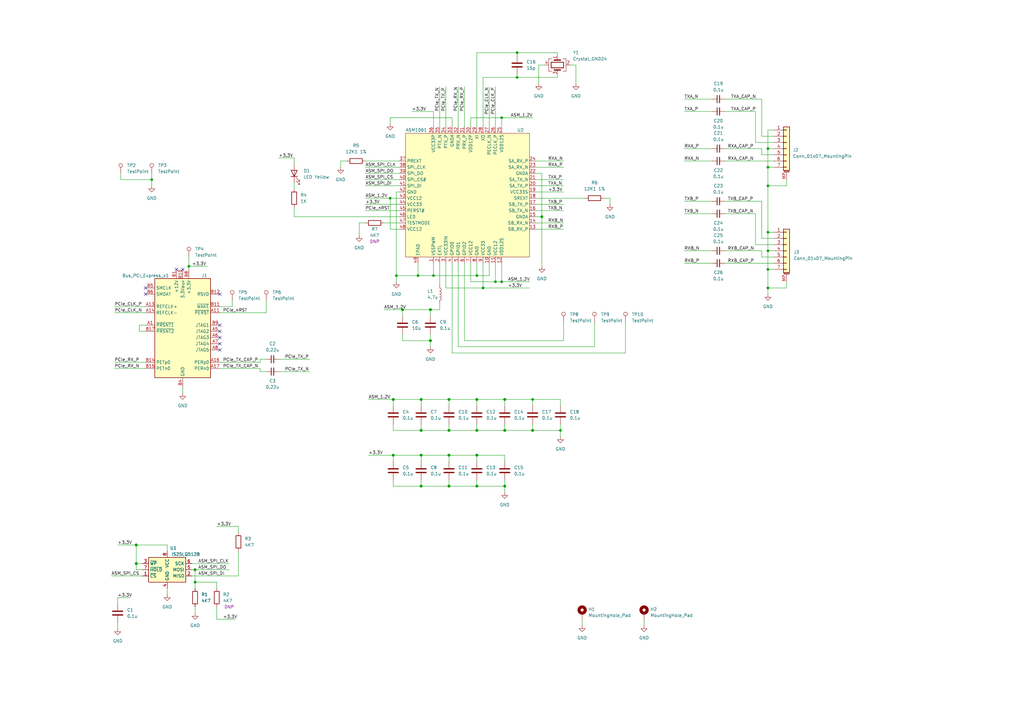
<source format=kicad_sch>
(kicad_sch (version 20210621) (generator eeschema)
  (paper "A3")
  (lib_symbols
    (symbol "ASM1061:ASM1061"
      (property "Reference" "U" (at -3.81 52.07 0))
      (property "Value" "ASM1061" (at -45.72 52.07 0))
      (symbol "ASM1061_0_1"
        (rectangle (start -50.8 50.8) (end 0 0) (stroke (width 0.1524)) (fill (type background)))
      )
      (symbol "ASM1061_1_1"
        (pin power_out line (at -39.37 -2.54 90) (length 2.54) (name "VSSPWM") (number "1"))
        (pin power_out line (at -16.51 -2.54 90) (length 2.54) (name "GND") (number "10"))
        (pin power_in line (at -13.97 -2.54 90) (length 2.54) (name "VCC12") (number "11"))
        (pin power_in line (at -11.43 -2.54 90) (length 2.54) (name "VDD12S") (number "12"))
        (pin input line (at 2.54 11.43 180) (length 2.54) (name "SB_RX_P") (number "13"))
        (pin input line (at 2.54 13.97 180) (length 2.54) (name "SB_RX_N") (number "14"))
        (pin power_out line (at 2.54 16.51 180) (length 2.54) (name "GNDA") (number "15"))
        (pin output line (at 2.54 19.05 180) (length 2.54) (name "SB_TX_N") (number "16"))
        (pin output line (at 2.54 21.59 180) (length 2.54) (name "SB_TX_P") (number "17"))
        (pin passive line (at 2.54 24.13 180) (length 2.54) (name "SREXT") (number "18"))
        (pin power_in line (at 2.54 26.67 180) (length 2.54) (name "VCC33S") (number "19"))
        (pin power_out line (at -36.83 -2.54 90) (length 2.54) (name "EXTL") (number "2"))
        (pin output line (at 2.54 29.21 180) (length 2.54) (name "SA_TX_P") (number "20"))
        (pin output line (at 2.54 31.75 180) (length 2.54) (name "SA_TX_N") (number "21"))
        (pin power_out line (at 2.54 34.29 180) (length 2.54) (name "GNDA") (number "22"))
        (pin input line (at 2.54 36.83 180) (length 2.54) (name "SA_RX_N") (number "23"))
        (pin input line (at 2.54 39.37 180) (length 2.54) (name "SA_RX_P") (number "24"))
        (pin power_in line (at -11.43 53.34 270) (length 2.54) (name "VDD12S") (number "25"))
        (pin input line (at -13.97 53.34 270) (length 2.54) (name "PECLK_P") (number "26"))
        (pin input line (at -16.51 53.34 270) (length 2.54) (name "PECLK_N") (number "27"))
        (pin output line (at -19.05 53.34 270) (length 2.54) (name "XO") (number "28"))
        (pin input line (at -21.59 53.34 270) (length 2.54) (name "XI") (number "29"))
        (pin power_in line (at -34.29 -2.54 90) (length 2.54) (name "VCC33IN") (number "3"))
        (pin power_in line (at -24.13 53.34 270) (length 2.54) (name "VDD12P") (number "30"))
        (pin input line (at -26.67 53.34 270) (length 2.54) (name "PRX_P") (number "31"))
        (pin input line (at -29.21 53.34 270) (length 2.54) (name "PRX_N") (number "32"))
        (pin power_out line (at -31.75 53.34 270) (length 2.54) (name "GNDA") (number "33"))
        (pin output line (at -34.29 53.34 270) (length 2.54) (name "PTX_P") (number "34"))
        (pin output line (at -36.83 53.34 270) (length 2.54) (name "PTX_N") (number "35"))
        (pin power_in line (at -39.37 53.34 270) (length 2.54) (name "VCC33P") (number "36"))
        (pin passive line (at -53.34 39.37 0) (length 2.54) (name "PREXT") (number "37"))
        (pin output line (at -53.34 36.83 0) (length 2.54) (name "SPI_CLK") (number "38"))
        (pin output line (at -53.34 34.29 0) (length 2.54) (name "SPI_DO") (number "39"))
        (pin bidirectional line (at -31.75 -2.54 90) (length 2.54) (name "GPIO0") (number "4"))
        (pin output line (at -53.34 31.75 0) (length 2.54) (name "SPI_CS#") (number "40"))
        (pin input line (at -53.34 29.21 0) (length 2.54) (name "SPI_DI") (number "41"))
        (pin power_out line (at -53.34 26.67 0) (length 2.54) (name "GND") (number "42"))
        (pin power_in line (at -53.34 24.13 0) (length 2.54) (name "VCC12") (number "43"))
        (pin power_in line (at -53.34 21.59 0) (length 2.54) (name "VCC33") (number "44"))
        (pin input line (at -53.34 19.05 0) (length 2.54) (name "PERST#") (number "45"))
        (pin open_collector line (at -53.34 16.51 0) (length 2.54) (name "LED") (number "46"))
        (pin input line (at -53.34 13.97 0) (length 2.54) (name "TESTMODE") (number "47"))
        (pin power_in line (at -53.34 11.43 0) (length 2.54) (name "VCC12") (number "48"))
        (pin passive line (at -45.72 -2.54 90) (length 2.54) (name "EPAD") (number "49"))
        (pin bidirectional line (at -29.21 -2.54 90) (length 2.54) (name "GPIO1") (number "5"))
        (pin bidirectional line (at -26.67 -2.54 90) (length 2.54) (name "GPIO2") (number "6"))
        (pin power_in line (at -24.13 -2.54 90) (length 2.54) (name "VCC12") (number "7"))
        (pin power_out line (at -21.59 -2.54 90) (length 2.54) (name "GND") (number "8"))
        (pin power_in line (at -19.05 -2.54 90) (length 2.54) (name "VCC33") (number "9"))
      )
    )
    (symbol "Connector:Bus_PCI_Express_x1"
      (property "Reference" "J" (at -8.89 22.86 0))
      (property "Value" "Bus_PCI_Express_x1" (at 12.7 22.86 0))
      (symbol "Bus_PCI_Express_x1_0_1"
        (rectangle (start -11.43 21.59) (end 11.43 -19.05) (stroke (width 0.254)) (fill (type background)))
      )
      (symbol "Bus_PCI_Express_x1_1_1"
        (pin passive line (at -15.24 2.54 0) (length 3.81) (name "~{PRSNT1}") (number "A1"))
        (pin passive line (at 2.54 25.4 270) (length 3.81) hide (name "+3.3V") (number "A10"))
        (pin input line (at 15.24 7.62 180) (length 3.81) (name "~{PERST}") (number "A11"))
        (pin passive line (at 0 -22.86 90) (length 3.81) hide (name "GND") (number "A12"))
        (pin input line (at -15.24 10.16 0) (length 3.81) (name "REFCLK+") (number "A13"))
        (pin input line (at -15.24 7.62 0) (length 3.81) (name "REFCLK-") (number "A14"))
        (pin passive line (at 0 -22.86 90) (length 3.81) hide (name "GND") (number "A15"))
        (pin output line (at 15.24 -12.7 180) (length 3.81) (name "PERp0") (number "A16"))
        (pin output line (at 15.24 -15.24 180) (length 3.81) (name "PERn0") (number "A17"))
        (pin passive line (at 0 -22.86 90) (length 3.81) hide (name "GND") (number "A18"))
        (pin passive line (at -2.54 25.4 270) (length 3.81) hide (name "+12V") (number "A2"))
        (pin passive line (at -2.54 25.4 270) (length 3.81) hide (name "+12V") (number "A3"))
        (pin passive line (at 0 -22.86 90) (length 3.81) hide (name "GND") (number "A4"))
        (pin input line (at 15.24 0 180) (length 3.81) (name "JTAG2") (number "A5"))
        (pin input line (at 15.24 -2.54 180) (length 3.81) (name "JTAG3") (number "A6"))
        (pin output line (at 15.24 -5.08 180) (length 3.81) (name "JTAG4") (number "A7"))
        (pin input line (at 15.24 -7.62 180) (length 3.81) (name "JTAG5") (number "A8"))
        (pin passive line (at 2.54 25.4 270) (length 3.81) hide (name "+3.3V") (number "A9"))
        (pin power_in line (at -2.54 25.4 270) (length 3.81) (name "+12V") (number "B1"))
        (pin power_in line (at 0 25.4 270) (length 3.81) (name "3.3Vaux") (number "B10"))
        (pin open_collector line (at 15.24 10.16 180) (length 3.81) (name "~{WAKE}") (number "B11"))
        (pin passive line (at 15.24 15.24 180) (length 3.81) (name "RSVD") (number "B12"))
        (pin passive line (at 0 -22.86 90) (length 3.81) hide (name "GND") (number "B13"))
        (pin input line (at -15.24 -12.7 0) (length 3.81) (name "PETp0") (number "B14"))
        (pin input line (at -15.24 -15.24 0) (length 3.81) (name "PETn0") (number "B15"))
        (pin passive line (at 0 -22.86 90) (length 3.81) hide (name "GND") (number "B16"))
        (pin passive line (at -15.24 0 0) (length 3.81) (name "~{PRSNT2}") (number "B17"))
        (pin passive line (at 0 -22.86 90) (length 3.81) hide (name "GND") (number "B18"))
        (pin passive line (at -2.54 25.4 270) (length 3.81) hide (name "+12V") (number "B2"))
        (pin passive line (at -2.54 25.4 270) (length 3.81) hide (name "+12V") (number "B3"))
        (pin power_in line (at 0 -22.86 90) (length 3.81) (name "GND") (number "B4"))
        (pin input line (at -15.24 17.78 0) (length 3.81) (name "SMCLK") (number "B5"))
        (pin bidirectional line (at -15.24 15.24 0) (length 3.81) (name "SMDAT") (number "B6"))
        (pin passive line (at 0 -22.86 90) (length 3.81) hide (name "GND") (number "B7"))
        (pin power_in line (at 2.54 25.4 270) (length 3.81) (name "+3.3V") (number "B8"))
        (pin input line (at 15.24 2.54 180) (length 3.81) (name "JTAG1") (number "B9"))
      )
    )
    (symbol "Connector:TestPoint" (pin_numbers hide) (pin_names (offset 0.762) hide)
      (property "Reference" "TP" (at 0 6.858 0))
      (property "Value" "TestPoint" (at 0 5.08 0))
      (symbol "TestPoint_0_1"
        (circle (center 0 3.302) (radius 0.762))
      )
      (symbol "TestPoint_1_1"
        (pin passive line (at 0 0 90) (length 2.54) (name "1") (number "1"))
      )
    )
    (symbol "Connector_Generic_MountingPin:Conn_01x07_MountingPin" (pin_names (offset 1.016) hide)
      (property "Reference" "J" (at 0 10.16 0))
      (property "Value" "Conn_01x07_MountingPin" (at 1.27 -10.16 0))
      (symbol "Conn_01x07_MountingPin_1_1"
        (rectangle (start -1.27 -7.493) (end 0 -7.747) (stroke (width 0.1524)))
        (rectangle (start -1.27 -4.953) (end 0 -5.207) (stroke (width 0.1524)))
        (rectangle (start -1.27 -2.413) (end 0 -2.667) (stroke (width 0.1524)))
        (rectangle (start -1.27 0.127) (end 0 -0.127) (stroke (width 0.1524)))
        (rectangle (start -1.27 2.667) (end 0 2.413) (stroke (width 0.1524)))
        (rectangle (start -1.27 5.207) (end 0 4.953) (stroke (width 0.1524)))
        (rectangle (start -1.27 7.747) (end 0 7.493) (stroke (width 0.1524)))
        (rectangle (start -1.27 8.89) (end 1.27 -8.89) (stroke (width 0.254)) (fill (type background)))
        (polyline (pts (xy -1.016 -9.652) (xy 1.016 -9.652)) (stroke (width 0.1524)))
        (text "Mounting" (at 0 -9.271 0) (effects (font (size 0.381 0.381))))
        (pin passive line (at -5.08 7.62 0) (length 3.81) (name "Pin_1") (number "1"))
        (pin passive line (at -5.08 5.08 0) (length 3.81) (name "Pin_2") (number "2"))
        (pin passive line (at -5.08 2.54 0) (length 3.81) (name "Pin_3") (number "3"))
        (pin passive line (at -5.08 0 0) (length 3.81) (name "Pin_4") (number "4"))
        (pin passive line (at -5.08 -2.54 0) (length 3.81) (name "Pin_5") (number "5"))
        (pin passive line (at -5.08 -5.08 0) (length 3.81) (name "Pin_6") (number "6"))
        (pin passive line (at -5.08 -7.62 0) (length 3.81) (name "Pin_7") (number "7"))
        (pin passive line (at 0 -12.7 90) (length 3.048) (name "MountPin") (number "MP"))
      )
    )
    (symbol "Device:C" (pin_numbers hide) (pin_names (offset 0.254))
      (property "Reference" "C" (at 0.635 2.54 0))
      (property "Value" "C" (at 0.635 -2.54 0))
      (symbol "C_0_1"
        (polyline (pts (xy -2.032 -0.762) (xy 2.032 -0.762)) (stroke (width 0.508)))
        (polyline (pts (xy -2.032 0.762) (xy 2.032 0.762)) (stroke (width 0.508)))
      )
      (symbol "C_1_1"
        (pin passive line (at 0 3.81 270) (length 2.794) (name "~") (number "1"))
        (pin passive line (at 0 -3.81 90) (length 2.794) (name "~") (number "2"))
      )
    )
    (symbol "Device:C_Small" (pin_numbers hide) (pin_names (offset 0.254) hide)
      (property "Reference" "C" (at 0.254 1.778 0))
      (property "Value" "C_Small" (at 0.254 -2.032 0))
      (symbol "C_Small_0_1"
        (polyline (pts (xy -1.524 -0.508) (xy 1.524 -0.508)) (stroke (width 0.3302)))
        (polyline (pts (xy -1.524 0.508) (xy 1.524 0.508)) (stroke (width 0.3048)))
      )
      (symbol "C_Small_1_1"
        (pin passive line (at 0 2.54 270) (length 2.032) (name "~") (number "1"))
        (pin passive line (at 0 -2.54 90) (length 2.032) (name "~") (number "2"))
      )
    )
    (symbol "Device:Crystal_GND24" (pin_names (offset 1.016) hide)
      (property "Reference" "Y" (at 3.175 5.08 0))
      (property "Value" "Crystal_GND24" (at 3.175 3.175 0))
      (symbol "Crystal_GND24_0_1"
        (rectangle (start -1.143 2.54) (end 1.143 -2.54) (stroke (width 0.3048)))
        (polyline (pts (xy -2.54 0) (xy -2.032 0)))
        (polyline (pts (xy -2.032 -1.27) (xy -2.032 1.27)) (stroke (width 0.508)))
        (polyline (pts (xy 0 -3.81) (xy 0 -3.556)))
        (polyline (pts (xy 0 3.556) (xy 0 3.81)))
        (polyline (pts (xy 2.032 -1.27) (xy 2.032 1.27)) (stroke (width 0.508)))
        (polyline (pts (xy 2.032 0) (xy 2.54 0)))
        (polyline (pts (xy -2.54 -2.286) (xy -2.54 -3.556) (xy 2.54 -3.556) (xy 2.54 -2.286)))
        (polyline (pts (xy -2.54 2.286) (xy -2.54 3.556) (xy 2.54 3.556) (xy 2.54 2.286)))
      )
      (symbol "Crystal_GND24_1_1"
        (pin passive line (at -3.81 0 0) (length 1.27) (name "1") (number "1"))
        (pin passive line (at 0 5.08 270) (length 1.27) (name "2") (number "2"))
        (pin passive line (at 3.81 0 180) (length 1.27) (name "3") (number "3"))
        (pin passive line (at 0 -5.08 90) (length 1.27) (name "4") (number "4"))
      )
    )
    (symbol "Device:L" (pin_numbers hide) (pin_names (offset 1.016) hide)
      (property "Reference" "L" (at -1.27 0 90))
      (property "Value" "L" (at 1.905 0 90))
      (symbol "L_0_1"
        (arc (start 0 -2.54) (mid 0.635 -1.905) (end 0 -1.27))
        (arc (start 0 -1.27) (mid 0.635 -0.635) (end 0 0))
        (arc (start 0 0) (mid 0.635 0.635) (end 0 1.27))
        (arc (start 0 1.27) (mid 0.635 1.905) (end 0 2.54))
      )
      (symbol "L_1_1"
        (pin passive line (at 0 3.81 270) (length 1.27) (name "1") (number "1"))
        (pin passive line (at 0 -3.81 90) (length 1.27) (name "2") (number "2"))
      )
    )
    (symbol "Device:LED" (pin_numbers hide) (pin_names (offset 1.016) hide)
      (property "Reference" "D" (at 0 2.54 0))
      (property "Value" "LED" (at 0 -2.54 0))
      (symbol "LED_0_1"
        (polyline (pts (xy -1.27 -1.27) (xy -1.27 1.27)) (stroke (width 0.254)))
        (polyline (pts (xy -1.27 0) (xy 1.27 0)))
        (polyline (pts (xy 1.27 -1.27) (xy 1.27 1.27) (xy -1.27 0) (xy 1.27 -1.27)) (stroke (width 0.254)))
        (polyline (pts (xy -3.048 -0.762) (xy -4.572 -2.286) (xy -3.81 -2.286) (xy -4.572 -2.286) (xy -4.572 -1.524)))
        (polyline (pts (xy -1.778 -0.762) (xy -3.302 -2.286) (xy -2.54 -2.286) (xy -3.302 -2.286) (xy -3.302 -1.524)))
      )
      (symbol "LED_1_1"
        (pin passive line (at -3.81 0 0) (length 2.54) (name "K") (number "1"))
        (pin passive line (at 3.81 0 180) (length 2.54) (name "A") (number "2"))
      )
    )
    (symbol "Device:R" (pin_numbers hide) (pin_names (offset 0))
      (property "Reference" "R" (at 2.032 0 90))
      (property "Value" "R" (at 0 0 90))
      (symbol "R_0_1"
        (rectangle (start -1.016 -2.54) (end 1.016 2.54) (stroke (width 0.254)))
      )
      (symbol "R_1_1"
        (pin passive line (at 0 3.81 270) (length 1.27) (name "~") (number "1"))
        (pin passive line (at 0 -3.81 90) (length 1.27) (name "~") (number "2"))
      )
    )
    (symbol "Mechanical:MountingHole_Pad" (pin_numbers hide) (pin_names (offset 1.016) hide)
      (property "Reference" "H" (at 0 6.35 0))
      (property "Value" "MountingHole_Pad" (at 0 4.445 0))
      (symbol "MountingHole_Pad_0_1"
        (circle (center 0 1.27) (radius 1.27) (stroke (width 1.27)) (stroke (width 1.27)))
      )
      (symbol "MountingHole_Pad_1_1"
        (pin input line (at 0 -2.54 90) (length 2.54) (name "1") (number "1"))
      )
    )
    (symbol "Memory_EEPROM:25LCxxx"
      (property "Reference" "U" (at -7.62 6.35 0))
      (property "Value" "25LCxxx" (at 2.54 -6.35 0))
      (symbol "25LCxxx_1_1"
        (rectangle (start -7.62 5.08) (end 7.62 -5.08) (stroke (width 0.254)) (fill (type background)))
        (pin input line (at -10.16 -2.54 0) (length 2.54) (name "~{CS}") (number "1"))
        (pin tri_state line (at 10.16 -2.54 180) (length 2.54) (name "MISO") (number "2"))
        (pin input line (at -10.16 2.54 0) (length 2.54) (name "~{WP}") (number "3"))
        (pin power_in line (at 0 -7.62 90) (length 2.54) (name "GND") (number "4"))
        (pin input line (at 10.16 0 180) (length 2.54) (name "MOSI") (number "5"))
        (pin input line (at 10.16 2.54 180) (length 2.54) (name "SCK") (number "6"))
        (pin input line (at -10.16 0 0) (length 2.54) (name "~{HOLD}") (number "7"))
        (pin power_in line (at 0 7.62 270) (length 2.54) (name "VCC") (number "8"))
      )
    )
    (symbol "power:GND" (power) (pin_names (offset 0))
      (property "Value" "GND" (at 0 -3.81 0))
      (symbol "GND_0_1"
        (polyline (pts (xy 0 0) (xy 0 -1.27) (xy 1.27 -1.27) (xy 0 -2.54) (xy -1.27 -1.27) (xy 0 -1.27)))
      )
      (symbol "GND_1_1"
        (pin power_in line (at 0 0 270) (length 0) hide (name "GND") (number "1"))
      )
    )
  )
  (junction (at 55.88 223.52) (diameter 1.016))
  (junction (at 55.88 231.14) (diameter 1.016))
  (junction (at 62.23 73.66))
  (junction (at 77.47 109.22))
  (junction (at 80.01 233.68) (diameter 1.016))
  (junction (at 80.01 238.76))
  (junction (at 160.02 81.28))
  (junction (at 161.29 163.83) (diameter 1.016))
  (junction (at 161.29 186.69) (diameter 1.016))
  (junction (at 162.56 113.03))
  (junction (at 165.1 127) (diameter 1.016))
  (junction (at 171.45 113.03))
  (junction (at 172.72 163.83) (diameter 1.016))
  (junction (at 172.72 176.53) (diameter 1.016))
  (junction (at 172.72 186.69) (diameter 1.016))
  (junction (at 172.72 199.39) (diameter 1.016))
  (junction (at 176.53 127) (diameter 1.016))
  (junction (at 176.53 139.7) (diameter 1.016))
  (junction (at 177.8 113.03))
  (junction (at 184.15 163.83) (diameter 1.016))
  (junction (at 184.15 176.53) (diameter 1.016))
  (junction (at 184.15 186.69) (diameter 1.016))
  (junction (at 184.15 199.39) (diameter 1.016))
  (junction (at 195.58 113.03))
  (junction (at 195.58 163.83) (diameter 1.016))
  (junction (at 195.58 176.53) (diameter 1.016))
  (junction (at 195.58 186.69) (diameter 1.016))
  (junction (at 195.58 199.39) (diameter 1.016))
  (junction (at 198.12 118.11))
  (junction (at 203.2 115.57))
  (junction (at 205.74 48.26))
  (junction (at 205.74 115.57))
  (junction (at 207.01 163.83) (diameter 1.016))
  (junction (at 207.01 176.53) (diameter 1.016))
  (junction (at 207.01 199.39) (diameter 1.016))
  (junction (at 212.09 21.59))
  (junction (at 212.09 31.75))
  (junction (at 218.44 163.83))
  (junction (at 218.44 176.53) (diameter 1.016))
  (junction (at 222.25 88.9) (diameter 1.016))
  (junction (at 229.87 176.53))
  (junction (at 314.96 60.96))
  (junction (at 314.96 68.58))
  (junction (at 314.96 76.2))
  (junction (at 314.96 95.25))
  (junction (at 314.96 102.87))
  (junction (at 314.96 110.49))
  (junction (at 314.96 118.11))
  (no_connect (at 59.69 118.11))
  (no_connect (at 59.69 120.65))
  (no_connect (at 72.39 110.49))
  (no_connect (at 74.93 110.49))
  (no_connect (at 90.17 120.65))
  (no_connect (at 90.17 133.35))
  (no_connect (at 90.17 135.89))
  (no_connect (at 90.17 138.43))
  (no_connect (at 90.17 140.97))
  (no_connect (at 90.17 143.51))
  (wire (pts (xy 45.72 236.22) (xy 58.42 236.22)))
  (wire (pts (xy 46.99 125.73) (xy 59.69 125.73)))
  (wire (pts (xy 46.99 128.27) (xy 59.69 128.27)))
  (wire (pts (xy 46.99 148.59) (xy 59.69 148.59)))
  (wire (pts (xy 46.99 151.13) (xy 59.69 151.13)))
  (wire (pts (xy 48.26 223.52) (xy 55.88 223.52)))
  (wire (pts (xy 48.26 245.11) (xy 48.26 247.65)))
  (wire (pts (xy 48.26 245.11) (xy 53.34 245.11)))
  (wire (pts (xy 48.26 255.27) (xy 48.26 257.81)))
  (wire (pts (xy 49.53 71.12) (xy 49.53 73.66)))
  (wire (pts (xy 49.53 73.66) (xy 62.23 73.66)))
  (wire (pts (xy 55.88 223.52) (xy 55.88 231.14)))
  (wire (pts (xy 55.88 223.52) (xy 68.58 223.52)))
  (wire (pts (xy 55.88 233.68) (xy 55.88 231.14)))
  (wire (pts (xy 57.15 133.35) (xy 57.15 135.89)))
  (wire (pts (xy 57.15 135.89) (xy 59.69 135.89)))
  (wire (pts (xy 58.42 231.14) (xy 55.88 231.14)))
  (wire (pts (xy 58.42 233.68) (xy 55.88 233.68)))
  (wire (pts (xy 59.69 133.35) (xy 57.15 133.35)))
  (wire (pts (xy 62.23 71.12) (xy 62.23 73.66)))
  (wire (pts (xy 62.23 73.66) (xy 62.23 76.2)))
  (wire (pts (xy 68.58 223.52) (xy 68.58 226.06)))
  (wire (pts (xy 68.58 241.3) (xy 68.58 243.84)))
  (wire (pts (xy 74.93 158.75) (xy 74.93 161.29)))
  (wire (pts (xy 77.47 105.41) (xy 77.47 109.22)))
  (wire (pts (xy 77.47 109.22) (xy 85.09 109.22)))
  (wire (pts (xy 77.47 110.49) (xy 77.47 109.22)))
  (wire (pts (xy 78.74 231.14) (xy 93.98 231.14)))
  (wire (pts (xy 78.74 236.22) (xy 97.79 236.22)))
  (wire (pts (xy 80.01 233.68) (xy 78.74 233.68)))
  (wire (pts (xy 80.01 233.68) (xy 93.98 233.68)))
  (wire (pts (xy 80.01 238.76) (xy 80.01 233.68)))
  (wire (pts (xy 80.01 238.76) (xy 88.9 238.76)))
  (wire (pts (xy 80.01 241.3) (xy 80.01 238.76)))
  (wire (pts (xy 80.01 248.92) (xy 80.01 251.46)))
  (wire (pts (xy 88.9 215.9) (xy 97.79 215.9)))
  (wire (pts (xy 88.9 241.3) (xy 88.9 238.76)))
  (wire (pts (xy 88.9 248.92) (xy 88.9 254)))
  (wire (pts (xy 88.9 254) (xy 96.52 254)))
  (wire (pts (xy 90.17 125.73) (xy 95.25 125.73)))
  (wire (pts (xy 90.17 128.27) (xy 109.22 128.27)))
  (wire (pts (xy 90.17 148.59) (xy 106.68 148.59)))
  (wire (pts (xy 90.17 151.13) (xy 106.68 151.13)))
  (wire (pts (xy 95.25 123.19) (xy 95.25 125.73)))
  (wire (pts (xy 97.79 218.44) (xy 97.79 215.9)))
  (wire (pts (xy 97.79 236.22) (xy 97.79 226.06)))
  (wire (pts (xy 106.68 147.32) (xy 106.68 148.59)))
  (wire (pts (xy 106.68 147.32) (xy 109.22 147.32)))
  (wire (pts (xy 106.68 151.13) (xy 106.68 152.4)))
  (wire (pts (xy 106.68 152.4) (xy 109.22 152.4)))
  (wire (pts (xy 109.22 123.19) (xy 109.22 128.27)))
  (wire (pts (xy 114.3 64.77) (xy 120.65 64.77)))
  (wire (pts (xy 114.3 147.32) (xy 127 147.32)))
  (wire (pts (xy 114.3 152.4) (xy 127 152.4)))
  (wire (pts (xy 120.65 64.77) (xy 120.65 67.31)))
  (wire (pts (xy 120.65 74.93) (xy 120.65 77.47)))
  (wire (pts (xy 120.65 85.09) (xy 120.65 88.9)))
  (wire (pts (xy 120.65 88.9) (xy 163.83 88.9)))
  (wire (pts (xy 139.7 66.04) (xy 142.24 66.04)))
  (wire (pts (xy 139.7 68.58) (xy 139.7 66.04)))
  (wire (pts (xy 147.32 91.44) (xy 147.32 96.52)))
  (wire (pts (xy 149.86 66.04) (xy 163.83 66.04)))
  (wire (pts (xy 149.86 68.58) (xy 163.83 68.58)))
  (wire (pts (xy 149.86 71.12) (xy 163.83 71.12)))
  (wire (pts (xy 149.86 73.66) (xy 163.83 73.66)))
  (wire (pts (xy 149.86 76.2) (xy 163.83 76.2)))
  (wire (pts (xy 149.86 81.28) (xy 160.02 81.28)))
  (wire (pts (xy 149.86 83.82) (xy 163.83 83.82)))
  (wire (pts (xy 149.86 86.36) (xy 163.83 86.36)))
  (wire (pts (xy 149.86 91.44) (xy 147.32 91.44)))
  (wire (pts (xy 151.13 163.83) (xy 161.29 163.83)))
  (wire (pts (xy 151.13 186.69) (xy 161.29 186.69)))
  (wire (pts (xy 157.48 91.44) (xy 163.83 91.44)))
  (wire (pts (xy 157.48 127) (xy 165.1 127)))
  (wire (pts (xy 160.02 48.26) (xy 160.02 50.8)))
  (wire (pts (xy 160.02 48.26) (xy 185.42 48.26)))
  (wire (pts (xy 160.02 81.28) (xy 163.83 81.28)))
  (wire (pts (xy 160.02 93.98) (xy 160.02 81.28)))
  (wire (pts (xy 161.29 163.83) (xy 161.29 166.37)))
  (wire (pts (xy 161.29 163.83) (xy 172.72 163.83)))
  (wire (pts (xy 161.29 173.99) (xy 161.29 176.53)))
  (wire (pts (xy 161.29 176.53) (xy 172.72 176.53)))
  (wire (pts (xy 161.29 186.69) (xy 161.29 189.23)))
  (wire (pts (xy 161.29 186.69) (xy 172.72 186.69)))
  (wire (pts (xy 161.29 196.85) (xy 161.29 199.39)))
  (wire (pts (xy 161.29 199.39) (xy 172.72 199.39)))
  (wire (pts (xy 162.56 78.74) (xy 162.56 113.03)))
  (wire (pts (xy 162.56 113.03) (xy 162.56 115.57)))
  (wire (pts (xy 162.56 113.03) (xy 171.45 113.03)))
  (wire (pts (xy 163.83 78.74) (xy 162.56 78.74)))
  (wire (pts (xy 163.83 93.98) (xy 160.02 93.98)))
  (wire (pts (xy 165.1 127) (xy 165.1 129.54)))
  (wire (pts (xy 165.1 137.16) (xy 165.1 139.7)))
  (wire (pts (xy 165.1 139.7) (xy 176.53 139.7)))
  (wire (pts (xy 168.91 45.72) (xy 177.8 45.72)))
  (wire (pts (xy 171.45 107.95) (xy 171.45 113.03)))
  (wire (pts (xy 171.45 113.03) (xy 177.8 113.03)))
  (wire (pts (xy 172.72 163.83) (xy 172.72 166.37)))
  (wire (pts (xy 172.72 163.83) (xy 184.15 163.83)))
  (wire (pts (xy 172.72 173.99) (xy 172.72 176.53)))
  (wire (pts (xy 172.72 176.53) (xy 184.15 176.53)))
  (wire (pts (xy 172.72 186.69) (xy 172.72 189.23)))
  (wire (pts (xy 172.72 186.69) (xy 184.15 186.69)))
  (wire (pts (xy 172.72 196.85) (xy 172.72 199.39)))
  (wire (pts (xy 172.72 199.39) (xy 184.15 199.39)))
  (wire (pts (xy 176.53 127) (xy 165.1 127)))
  (wire (pts (xy 176.53 127) (xy 176.53 129.54)))
  (wire (pts (xy 176.53 137.16) (xy 176.53 139.7)))
  (wire (pts (xy 176.53 139.7) (xy 176.53 142.24)))
  (wire (pts (xy 177.8 52.07) (xy 177.8 45.72)))
  (wire (pts (xy 177.8 107.95) (xy 177.8 113.03)))
  (wire (pts (xy 177.8 113.03) (xy 195.58 113.03)))
  (wire (pts (xy 180.34 35.56) (xy 180.34 52.07)))
  (wire (pts (xy 180.34 107.95) (xy 180.34 116.84)))
  (wire (pts (xy 180.34 124.46) (xy 180.34 127)))
  (wire (pts (xy 180.34 127) (xy 176.53 127)))
  (wire (pts (xy 182.88 35.56) (xy 182.88 52.07)))
  (wire (pts (xy 182.88 107.95) (xy 182.88 118.11)))
  (wire (pts (xy 182.88 118.11) (xy 198.12 118.11)))
  (wire (pts (xy 184.15 163.83) (xy 184.15 166.37)))
  (wire (pts (xy 184.15 163.83) (xy 195.58 163.83)))
  (wire (pts (xy 184.15 173.99) (xy 184.15 176.53)))
  (wire (pts (xy 184.15 176.53) (xy 195.58 176.53)))
  (wire (pts (xy 184.15 186.69) (xy 184.15 189.23)))
  (wire (pts (xy 184.15 186.69) (xy 195.58 186.69)))
  (wire (pts (xy 184.15 196.85) (xy 184.15 199.39)))
  (wire (pts (xy 184.15 199.39) (xy 195.58 199.39)))
  (wire (pts (xy 185.42 52.07) (xy 185.42 48.26)))
  (wire (pts (xy 185.42 107.95) (xy 185.42 144.78)))
  (wire (pts (xy 185.42 144.78) (xy 256.54 144.78)))
  (wire (pts (xy 187.96 35.56) (xy 187.96 52.07)))
  (wire (pts (xy 187.96 107.95) (xy 187.96 142.24)))
  (wire (pts (xy 187.96 142.24) (xy 243.84 142.24)))
  (wire (pts (xy 190.5 35.56) (xy 190.5 52.07)))
  (wire (pts (xy 190.5 107.95) (xy 190.5 139.7)))
  (wire (pts (xy 190.5 139.7) (xy 231.14 139.7)))
  (wire (pts (xy 193.04 48.26) (xy 205.74 48.26)))
  (wire (pts (xy 193.04 52.07) (xy 193.04 48.26)))
  (wire (pts (xy 193.04 107.95) (xy 193.04 115.57)))
  (wire (pts (xy 193.04 115.57) (xy 203.2 115.57)))
  (wire (pts (xy 195.58 21.59) (xy 195.58 52.07)))
  (wire (pts (xy 195.58 107.95) (xy 195.58 113.03)))
  (wire (pts (xy 195.58 113.03) (xy 200.66 113.03)))
  (wire (pts (xy 195.58 163.83) (xy 195.58 166.37)))
  (wire (pts (xy 195.58 163.83) (xy 207.01 163.83)))
  (wire (pts (xy 195.58 173.99) (xy 195.58 176.53)))
  (wire (pts (xy 195.58 176.53) (xy 207.01 176.53)))
  (wire (pts (xy 195.58 186.69) (xy 195.58 189.23)))
  (wire (pts (xy 195.58 186.69) (xy 207.01 186.69)))
  (wire (pts (xy 195.58 196.85) (xy 195.58 199.39)))
  (wire (pts (xy 195.58 199.39) (xy 207.01 199.39)))
  (wire (pts (xy 198.12 31.75) (xy 212.09 31.75)))
  (wire (pts (xy 198.12 52.07) (xy 198.12 31.75)))
  (wire (pts (xy 198.12 107.95) (xy 198.12 118.11)))
  (wire (pts (xy 198.12 118.11) (xy 217.17 118.11)))
  (wire (pts (xy 200.66 35.56) (xy 200.66 52.07)))
  (wire (pts (xy 200.66 107.95) (xy 200.66 113.03)))
  (wire (pts (xy 203.2 35.56) (xy 203.2 52.07)))
  (wire (pts (xy 203.2 107.95) (xy 203.2 115.57)))
  (wire (pts (xy 203.2 115.57) (xy 205.74 115.57)))
  (wire (pts (xy 205.74 48.26) (xy 205.74 52.07)))
  (wire (pts (xy 205.74 107.95) (xy 205.74 115.57)))
  (wire (pts (xy 205.74 115.57) (xy 217.17 115.57)))
  (wire (pts (xy 207.01 163.83) (xy 207.01 166.37)))
  (wire (pts (xy 207.01 163.83) (xy 218.44 163.83)))
  (wire (pts (xy 207.01 173.99) (xy 207.01 176.53)))
  (wire (pts (xy 207.01 176.53) (xy 218.44 176.53)))
  (wire (pts (xy 207.01 186.69) (xy 207.01 189.23)))
  (wire (pts (xy 207.01 199.39) (xy 207.01 196.85)))
  (wire (pts (xy 207.01 199.39) (xy 207.01 201.93)))
  (wire (pts (xy 212.09 21.59) (xy 195.58 21.59)))
  (wire (pts (xy 212.09 21.59) (xy 212.09 22.86)))
  (wire (pts (xy 212.09 30.48) (xy 212.09 31.75)))
  (wire (pts (xy 212.09 31.75) (xy 228.6 31.75)))
  (wire (pts (xy 218.44 48.26) (xy 205.74 48.26)))
  (wire (pts (xy 218.44 163.83) (xy 218.44 166.37)))
  (wire (pts (xy 218.44 176.53) (xy 218.44 173.99)))
  (wire (pts (xy 218.44 176.53) (xy 229.87 176.53)))
  (wire (pts (xy 219.71 66.04) (xy 231.14 66.04)))
  (wire (pts (xy 219.71 68.58) (xy 231.14 68.58)))
  (wire (pts (xy 219.71 71.12) (xy 222.25 71.12)))
  (wire (pts (xy 219.71 73.66) (xy 231.14 73.66)))
  (wire (pts (xy 219.71 76.2) (xy 231.14 76.2)))
  (wire (pts (xy 219.71 78.74) (xy 231.14 78.74)))
  (wire (pts (xy 219.71 81.28) (xy 240.03 81.28)))
  (wire (pts (xy 219.71 83.82) (xy 231.14 83.82)))
  (wire (pts (xy 219.71 86.36) (xy 231.14 86.36)))
  (wire (pts (xy 219.71 91.44) (xy 231.14 91.44)))
  (wire (pts (xy 219.71 93.98) (xy 231.14 93.98)))
  (wire (pts (xy 220.98 26.67) (xy 223.52 26.67)))
  (wire (pts (xy 220.98 34.29) (xy 220.98 26.67)))
  (wire (pts (xy 222.25 71.12) (xy 222.25 88.9)))
  (wire (pts (xy 222.25 88.9) (xy 219.71 88.9)))
  (wire (pts (xy 222.25 109.22) (xy 222.25 88.9)))
  (wire (pts (xy 228.6 21.59) (xy 212.09 21.59)))
  (wire (pts (xy 228.6 22.86) (xy 228.6 21.59)))
  (wire (pts (xy 228.6 31.75) (xy 228.6 30.48)))
  (wire (pts (xy 229.87 163.83) (xy 218.44 163.83)))
  (wire (pts (xy 229.87 166.37) (xy 229.87 163.83)))
  (wire (pts (xy 229.87 176.53) (xy 229.87 173.99)))
  (wire (pts (xy 229.87 176.53) (xy 229.87 179.07)))
  (wire (pts (xy 231.14 139.7) (xy 231.14 132.08)))
  (wire (pts (xy 236.22 26.67) (xy 233.68 26.67)))
  (wire (pts (xy 236.22 34.29) (xy 236.22 26.67)))
  (wire (pts (xy 238.76 254) (xy 238.76 256.54)))
  (wire (pts (xy 243.84 142.24) (xy 243.84 132.08)))
  (wire (pts (xy 250.19 81.28) (xy 247.65 81.28)))
  (wire (pts (xy 250.19 83.82) (xy 250.19 81.28)))
  (wire (pts (xy 256.54 144.78) (xy 256.54 132.08)))
  (wire (pts (xy 264.16 254) (xy 264.16 256.54)))
  (wire (pts (xy 280.67 40.64) (xy 292.1 40.64)))
  (wire (pts (xy 280.67 45.72) (xy 292.1 45.72)))
  (wire (pts (xy 280.67 60.96) (xy 292.1 60.96)))
  (wire (pts (xy 280.67 66.04) (xy 292.1 66.04)))
  (wire (pts (xy 280.67 82.55) (xy 292.1 82.55)))
  (wire (pts (xy 280.67 87.63) (xy 292.1 87.63)))
  (wire (pts (xy 280.67 102.87) (xy 292.1 102.87)))
  (wire (pts (xy 280.67 107.95) (xy 292.1 107.95)))
  (wire (pts (xy 297.18 40.64) (xy 312.42 40.64)))
  (wire (pts (xy 297.18 45.72) (xy 309.88 45.72)))
  (wire (pts (xy 297.18 60.96) (xy 312.42 60.96)))
  (wire (pts (xy 297.18 66.04) (xy 317.5 66.04)))
  (wire (pts (xy 297.18 82.55) (xy 312.42 82.55)))
  (wire (pts (xy 297.18 87.63) (xy 309.88 87.63)))
  (wire (pts (xy 297.18 102.87) (xy 312.42 102.87)))
  (wire (pts (xy 297.18 107.95) (xy 317.5 107.95)))
  (wire (pts (xy 309.88 45.72) (xy 309.88 58.42)))
  (wire (pts (xy 309.88 58.42) (xy 317.5 58.42)))
  (wire (pts (xy 309.88 87.63) (xy 309.88 100.33)))
  (wire (pts (xy 309.88 100.33) (xy 317.5 100.33)))
  (wire (pts (xy 312.42 40.64) (xy 312.42 55.88)))
  (wire (pts (xy 312.42 55.88) (xy 317.5 55.88)))
  (wire (pts (xy 312.42 60.96) (xy 312.42 63.5)))
  (wire (pts (xy 312.42 63.5) (xy 317.5 63.5)))
  (wire (pts (xy 312.42 82.55) (xy 312.42 97.79)))
  (wire (pts (xy 312.42 97.79) (xy 317.5 97.79)))
  (wire (pts (xy 312.42 102.87) (xy 312.42 105.41)))
  (wire (pts (xy 312.42 105.41) (xy 317.5 105.41)))
  (wire (pts (xy 314.96 53.34) (xy 317.5 53.34)))
  (wire (pts (xy 314.96 60.96) (xy 314.96 53.34)))
  (wire (pts (xy 314.96 60.96) (xy 317.5 60.96)))
  (wire (pts (xy 314.96 68.58) (xy 314.96 60.96)))
  (wire (pts (xy 314.96 68.58) (xy 317.5 68.58)))
  (wire (pts (xy 314.96 76.2) (xy 314.96 68.58)))
  (wire (pts (xy 314.96 76.2) (xy 322.58 76.2)))
  (wire (pts (xy 314.96 95.25) (xy 314.96 76.2)))
  (wire (pts (xy 314.96 95.25) (xy 317.5 95.25)))
  (wire (pts (xy 314.96 102.87) (xy 314.96 95.25)))
  (wire (pts (xy 314.96 102.87) (xy 317.5 102.87)))
  (wire (pts (xy 314.96 110.49) (xy 314.96 102.87)))
  (wire (pts (xy 314.96 110.49) (xy 317.5 110.49)))
  (wire (pts (xy 314.96 118.11) (xy 314.96 110.49)))
  (wire (pts (xy 314.96 118.11) (xy 322.58 118.11)))
  (wire (pts (xy 314.96 120.65) (xy 314.96 118.11)))
  (wire (pts (xy 322.58 73.66) (xy 322.58 76.2)))
  (wire (pts (xy 322.58 118.11) (xy 322.58 115.57)))
  (label "PCIe_CLK_P" (at 46.99 125.73 0))
  (label "PCIe_CLK_N" (at 46.99 128.27 0))
  (label "PCIe_RX_P" (at 46.99 148.59 0))
  (label "PCIe_RX_N" (at 46.99 151.13 0))
  (label "+3.3V" (at 48.26 223.52 0))
  (label "+3.3V" (at 48.26 245.11 0))
  (label "ASM_SPI_CS" (at 57.15 236.22 180))
  (label "+3.3V" (at 78.74 109.22 0))
  (label "ASM_SPI_CLK" (at 81.28 231.14 0))
  (label "ASM_SPI_DO" (at 81.28 233.68 0))
  (label "ASM_SPI_DI" (at 81.28 236.22 0))
  (label "+3.3V" (at 88.9 215.9 0))
  (label "PCIe_nRST" (at 91.44 128.27 0))
  (label "PCIe_TX_CAP_P" (at 91.44 148.59 0))
  (label "PCIe_TX_CAP_N" (at 91.44 151.13 0))
  (label "+3.3V" (at 91.44 254 0))
  (label "+3.3V" (at 114.3 64.77 0))
  (label "PCIe_TX_P" (at 116.84 147.32 0))
  (label "PCIe_TX_N" (at 116.84 152.4 0))
  (label "ASM_SPI_CLK" (at 149.86 68.58 0))
  (label "ASM_SPI_DO" (at 149.86 71.12 0))
  (label "ASM_SPI_CS" (at 149.86 73.66 0))
  (label "ASM_SPI_DI" (at 149.86 76.2 0))
  (label "ASM_1.2V" (at 149.86 81.28 0))
  (label "+3.3V" (at 149.86 83.82 0))
  (label "PCIe_nRST" (at 149.86 86.36 0))
  (label "ASM_1.2V" (at 151.13 163.83 0))
  (label "+3.3V" (at 151.13 186.69 0))
  (label "ASM_1.2V" (at 157.48 127 0))
  (label "+3.3V" (at 168.91 45.72 0))
  (label "PCIe_TX_N" (at 180.34 45.72 90))
  (label "PCIe_TX_P" (at 182.88 45.72 90))
  (label "PCIe_RX_N" (at 187.96 45.72 90))
  (label "PCIe_RX_P" (at 190.5 45.72 90))
  (label "PCIe_CLK_N" (at 200.66 46.99 90))
  (label "PCIe_CLK_P" (at 203.2 46.99 90))
  (label "ASM_1.2V" (at 208.28 115.57 0))
  (label "+3.3V" (at 208.28 118.11 0))
  (label "ASM_1.2V" (at 218.44 48.26 180))
  (label "RXA_N" (at 224.79 66.04 0))
  (label "RXA_P" (at 224.79 68.58 0))
  (label "TXA_P" (at 224.79 73.66 0))
  (label "TXA_N" (at 224.79 76.2 0))
  (label "+3.3V" (at 224.79 78.74 0))
  (label "TXB_P" (at 224.79 83.82 0))
  (label "TXB_N" (at 224.79 86.36 0))
  (label "RXB_N" (at 224.79 91.44 0))
  (label "RXB_P" (at 224.79 93.98 0))
  (label "TXA_N" (at 280.67 40.64 0))
  (label "TXA_P" (at 280.67 45.72 0))
  (label "RXA_P" (at 280.67 60.96 0))
  (label "RXA_N" (at 280.67 66.04 0))
  (label "TXB_P" (at 280.67 82.55 0))
  (label "TXB_N" (at 280.67 87.63 0))
  (label "RXB_N" (at 280.67 102.87 0))
  (label "RXB_P" (at 280.67 107.95 0))
  (label "RXA_CAP_P" (at 298.45 60.96 0))
  (label "RXA_CAP_N" (at 298.45 66.04 0))
  (label "TXB_CAP_P" (at 298.45 82.55 0))
  (label "TXB_CAP_N" (at 298.45 87.63 0))
  (label "RXB_CAP_N" (at 298.45 102.87 0))
  (label "RXB_CAP_P" (at 298.45 107.95 0))
  (label "TXA_CAP_N" (at 299.72 40.64 0))
  (label "TXA_CAP_P" (at 299.72 45.72 0))
  (symbol (lib_id "Connector:TestPoint") (at 49.53 71.12 0) (unit 1)
    (property "Reference" "TP2" (at 52.07 67.8179 0) (effects (justify left)))
    (property "Value" "TestPoint" (at 52.07 70.3579 0) (effects (justify left)))
    (property "Footprint" "TestPoint:TestPoint_Pad_D1.5mm" (effects hide))
  )
  (symbol (lib_id "Connector:TestPoint") (at 62.23 71.12 0) (unit 1)
    (property "Reference" "TP3" (at 64.77 67.8179 0) (effects (justify left)))
    (property "Value" "TestPoint" (at 64.77 70.3579 0) (effects (justify left)))
    (property "Footprint" "TestPoint:TestPoint_Pad_D1.5mm" (effects hide))
  )
  (symbol (lib_id "Connector:TestPoint") (at 77.47 105.41 0) (unit 1)
    (property "Reference" "TP4" (at 80.01 102.1079 0) (effects (justify left)))
    (property "Value" "TestPoint" (at 80.01 104.6479 0) (effects (justify left)))
    (property "Footprint" "TestPoint:TestPoint_Pad_D1.5mm" (effects hide))
  )
  (symbol (lib_id "Connector:TestPoint") (at 95.25 123.19 0) (unit 1)
    (property "Reference" "TP5" (at 97.79 119.8879 0) (effects (justify left)))
    (property "Value" "TestPoint" (at 97.79 122.4279 0) (effects (justify left)))
    (property "Footprint" "TestPoint:TestPoint_Pad_D1.5mm" (effects hide))
  )
  (symbol (lib_id "Connector:TestPoint") (at 109.22 123.19 0) (unit 1)
    (property "Reference" "TP6" (at 111.76 119.8879 0) (effects (justify left)))
    (property "Value" "TestPoint" (at 111.76 122.4279 0) (effects (justify left)))
    (property "Footprint" "TestPoint:TestPoint_Pad_D1.5mm" (effects hide))
  )
  (symbol (lib_id "Connector:TestPoint") (at 231.14 132.08 0) (unit 1)
    (property "Reference" "TP8" (at 233.68 128.9684 0) (effects (justify left)))
    (property "Value" "TestPoint" (at 233.68 131.5084 0) (effects (justify left)))
    (property "Footprint" "TestPoint:TestPoint_Pad_D1.5mm" (effects hide))
  )
  (symbol (lib_id "Connector:TestPoint") (at 243.84 132.08 0) (unit 1)
    (property "Reference" "TP9" (at 246.38 128.9684 0) (effects (justify left)))
    (property "Value" "TestPoint" (at 246.38 131.5084 0) (effects (justify left)))
    (property "Footprint" "TestPoint:TestPoint_Pad_D1.5mm" (effects hide))
  )
  (symbol (lib_id "Connector:TestPoint") (at 256.54 132.08 0) (unit 1)
    (property "Reference" "TP10" (at 259.08 128.9684 0) (effects (justify left)))
    (property "Value" "TestPoint" (at 259.08 131.5084 0) (effects (justify left)))
    (property "Footprint" "TestPoint:TestPoint_Pad_D1.5mm" (effects hide))
  )
  (symbol (lib_id "power:GND") (at 48.26 257.81 0) (unit 1)
    (property "Reference" "#PWR0101" (effects hide))
    (property "Value" "GND" (at 48.26 262.89 0))
  )
  (symbol (lib_id "power:GND") (at 62.23 76.2 0) (unit 1)
    (property "Reference" "#PWR0107" (effects hide))
    (property "Value" "GND" (at 62.23 81.28 0))
  )
  (symbol (lib_id "power:GND") (at 68.58 243.84 0) (unit 1)
    (property "Reference" "#PWR0102" (effects hide))
    (property "Value" "GND" (at 68.58 248.92 0))
  )
  (symbol (lib_id "power:GND") (at 74.93 161.29 0) (unit 1)
    (property "Reference" "#PWR0108" (effects hide))
    (property "Value" "GND" (at 74.93 166.37 0))
  )
  (symbol (lib_id "power:GND") (at 80.01 251.46 0) (unit 1)
    (property "Reference" "#PWR0103" (effects hide))
    (property "Value" "GND" (at 80.01 256.54 0))
  )
  (symbol (lib_id "power:GND") (at 139.7 68.58 0) (unit 1)
    (property "Reference" "#PWR0113" (effects hide))
    (property "Value" "GND" (at 139.7 73.66 0))
  )
  (symbol (lib_id "power:GND") (at 147.32 96.52 0) (unit 1)
    (property "Reference" "#PWR0116" (effects hide))
    (property "Value" "GND" (at 147.32 101.6 0))
  )
  (symbol (lib_id "power:GND") (at 160.02 50.8 0) (unit 1)
    (property "Reference" "#PWR0112" (effects hide))
    (property "Value" "GND" (at 160.02 55.88 0))
  )
  (symbol (lib_id "power:GND") (at 162.56 115.57 0) (unit 1)
    (property "Reference" "#PWR0114" (effects hide))
    (property "Value" "GND" (at 162.56 120.65 0))
  )
  (symbol (lib_id "power:GND") (at 176.53 142.24 0) (unit 1)
    (property "Reference" "#PWR0104" (effects hide))
    (property "Value" "GND" (at 176.53 147.32 0))
  )
  (symbol (lib_id "power:GND") (at 207.01 201.93 0) (unit 1)
    (property "Reference" "#PWR0105" (effects hide))
    (property "Value" "GND" (at 207.01 207.01 0))
  )
  (symbol (lib_id "power:GND") (at 220.98 34.29 0) (unit 1)
    (property "Reference" "#PWR0110" (effects hide))
    (property "Value" "GND" (at 220.98 39.37 0))
  )
  (symbol (lib_id "power:GND") (at 222.25 109.22 0) (unit 1)
    (property "Reference" "#PWR0109" (effects hide))
    (property "Value" "GND" (at 222.25 114.3 0))
  )
  (symbol (lib_id "power:GND") (at 229.87 179.07 0) (unit 1)
    (property "Reference" "#PWR0106" (effects hide))
    (property "Value" "GND" (at 229.87 184.15 0))
  )
  (symbol (lib_id "power:GND") (at 236.22 34.29 0) (unit 1)
    (property "Reference" "#PWR0111" (effects hide))
    (property "Value" "GND" (at 236.22 39.37 0))
  )
  (symbol (lib_id "power:GND") (at 238.76 256.54 0) (unit 1)
    (property "Reference" "#PWR0117" (effects hide))
    (property "Value" "GND" (at 238.76 261.62 0))
  )
  (symbol (lib_id "power:GND") (at 250.19 83.82 0) (unit 1)
    (property "Reference" "#PWR0115" (effects hide))
    (property "Value" "GND" (at 250.19 88.9 0))
  )
  (symbol (lib_id "power:GND") (at 264.16 256.54 0) (unit 1)
    (property "Reference" "#PWR0118" (effects hide))
    (property "Value" "GND" (at 264.16 261.62 0))
  )
  (symbol (lib_id "power:GND") (at 314.96 120.65 0) (unit 1)
    (property "Reference" "#PWR01" (effects hide))
    (property "Value" "GND" (at 314.96 125.73 0))
  )
  (symbol (lib_id "Device:L") (at 180.34 120.65 0) (unit 1)
    (property "Reference" "L1" (at 175.26 119.3799 0) (effects (justify left)))
    (property "Value" "4.7u" (at 175.26 121.9199 0) (effects (justify left)))
    (property "Footprint" "Inductor_SMD:L_1008_2520Metric" (effects hide))
    (property "MFG_PN" "CVH252009-4R7M" (effects hide))
    (property "DigiKey_PN" "CVH252009-4R7MCT-ND" (effects hide))
  )
  (symbol (lib_id "Device:C_Small") (at 111.76 147.32 90) (unit 1)
    (property "Reference" "C2" (at 111.76 140.97 90))
    (property "Value" "0.22u" (at 111.76 143.51 90))
    (property "Footprint" "Capacitor_SMD:C_0402_1005Metric" (effects hide))
    (property "DigiKey_PN" "490-10671-1-ND" (effects hide))
    (property "MFG_PN" "GCM155R71C224KE02D" (effects hide))
  )
  (symbol (lib_id "Device:C_Small") (at 111.76 152.4 90) (unit 1)
    (property "Reference" "C3" (at 111.76 156.21 90))
    (property "Value" "0.22u" (at 111.76 158.75 90))
    (property "Footprint" "Capacitor_SMD:C_0402_1005Metric" (effects hide))
    (property "DigiKey_PN" "490-10671-1-ND" (effects hide))
    (property "MFG_PN" "GCM155R71C224KE02D" (effects hide))
  )
  (symbol (lib_id "Device:C_Small") (at 294.64 40.64 90) (unit 1)
    (property "Reference" "C19" (at 294.64 34.29 90))
    (property "Value" "0.1u" (at 294.64 36.83 90))
    (property "Footprint" "Capacitor_SMD:C_0402_1005Metric" (effects hide))
    (property "DigiKey_PN" "490-4759-1-ND" (effects hide))
    (property "MFG_PN" "GCM155R71C104KA55D" (effects hide))
  )
  (symbol (lib_id "Device:C_Small") (at 294.64 45.72 90) (unit 1)
    (property "Reference" "C20" (at 294.64 49.53 90))
    (property "Value" "0.1u" (at 294.64 52.07 90))
    (property "Footprint" "Capacitor_SMD:C_0402_1005Metric" (effects hide))
    (property "DigiKey_PN" "490-4759-1-ND" (effects hide))
    (property "MFG_PN" "GCM155R71C104KA55D" (effects hide))
  )
  (symbol (lib_id "Device:C_Small") (at 294.64 60.96 90) (unit 1)
    (property "Reference" "C21" (at 294.64 54.61 90))
    (property "Value" "0.1u" (at 294.64 57.15 90))
    (property "Footprint" "Capacitor_SMD:C_0402_1005Metric" (effects hide))
    (property "DigiKey_PN" "490-4759-1-ND" (effects hide))
    (property "MFG_PN" "GCM155R71C104KA55D" (effects hide))
  )
  (symbol (lib_id "Device:C_Small") (at 294.64 66.04 90) (unit 1)
    (property "Reference" "C22" (at 294.64 69.85 90))
    (property "Value" "0.1u" (at 294.64 72.39 90))
    (property "Footprint" "Capacitor_SMD:C_0402_1005Metric" (effects hide))
    (property "DigiKey_PN" "490-4759-1-ND" (effects hide))
    (property "MFG_PN" "GCM155R71C104KA55D" (effects hide))
  )
  (symbol (lib_id "Device:C_Small") (at 294.64 82.55 90) (unit 1)
    (property "Reference" "C23" (at 294.64 76.2 90))
    (property "Value" "0.1u" (at 294.64 78.74 90))
    (property "Footprint" "Capacitor_SMD:C_0402_1005Metric" (effects hide))
    (property "DigiKey_PN" "490-4759-1-ND" (effects hide))
    (property "MFG_PN" "GCM155R71C104KA55D" (effects hide))
  )
  (symbol (lib_id "Device:C_Small") (at 294.64 87.63 90) (unit 1)
    (property "Reference" "C24" (at 294.64 91.44 90))
    (property "Value" "0.1u" (at 294.64 93.98 90))
    (property "Footprint" "Capacitor_SMD:C_0402_1005Metric" (effects hide))
    (property "DigiKey_PN" "490-4759-1-ND" (effects hide))
    (property "MFG_PN" "GCM155R71C104KA55D" (effects hide))
  )
  (symbol (lib_id "Device:C_Small") (at 294.64 102.87 90) (unit 1)
    (property "Reference" "C25" (at 294.64 96.52 90))
    (property "Value" "0.1u" (at 294.64 99.06 90))
    (property "Footprint" "Capacitor_SMD:C_0402_1005Metric" (effects hide))
    (property "DigiKey_PN" "490-4759-1-ND" (effects hide))
    (property "MFG_PN" "GCM155R71C104KA55D" (effects hide))
  )
  (symbol (lib_id "Device:C_Small") (at 294.64 107.95 90) (unit 1)
    (property "Reference" "C26" (at 294.64 111.76 90))
    (property "Value" "0.1u" (at 294.64 114.3 90))
    (property "Footprint" "Capacitor_SMD:C_0402_1005Metric" (effects hide))
    (property "DigiKey_PN" "490-4759-1-ND" (effects hide))
    (property "MFG_PN" "GCM155R71C104KA55D" (effects hide))
  )
  (symbol (lib_id "Device:R") (at 80.01 245.11 0) (unit 1)
    (property "Reference" "R1" (at 82.55 243.8399 0) (effects (justify left)))
    (property "Value" "4K7" (at 82.55 246.3799 0) (effects (justify left)))
    (property "Footprint" "Resistor_SMD:R_0402_1005Metric" (effects hide))
    (property "DigiKey_PN" "311-4.7KJRCT-ND" (effects hide))
    (property "MFG_PN" "RC0402JR-074K7L" (effects hide))
  )
  (symbol (lib_id "Device:R") (at 88.9 245.11 0) (unit 1)
    (property "Reference" "R2" (at 91.44 243.8399 0) (effects (justify left)))
    (property "Value" "4K7" (at 91.44 246.3799 0) (effects (justify left)))
    (property "Footprint" "Resistor_SMD:R_0402_1005Metric" (effects hide))
    (property "DNP" "DNP" (at 93.98 248.92 0))
    (property "DigiKey_PN" "311-4.7KJRCT-ND" (effects hide))
    (property "MFG_PN" "RC0402JR-074K7L" (effects hide))
  )
  (symbol (lib_id "Device:R") (at 97.79 222.25 0) (unit 1)
    (property "Reference" "R3" (at 100.33 220.9799 0) (effects (justify left)))
    (property "Value" "4K7" (at 100.33 223.5199 0) (effects (justify left)))
    (property "Footprint" "Resistor_SMD:R_0402_1005Metric" (effects hide))
    (property "DigiKey_PN" "311-4.7KJRCT-ND" (effects hide))
    (property "MFG_PN" "RC0402JR-074K7L" (effects hide))
  )
  (symbol (lib_id "Device:R") (at 120.65 81.28 0) (unit 1)
    (property "Reference" "R4" (at 123.19 80.0099 0) (effects (justify left)))
    (property "Value" "1K" (at 123.19 82.5499 0) (effects (justify left)))
    (property "Footprint" "Resistor_SMD:R_0402_1005Metric" (effects hide))
    (property "DigiKey_PN" "311-1.0KJRCT-ND" (effects hide))
    (property "MFG_PN" "RC0402JR-071KL" (effects hide))
  )
  (symbol (lib_id "Device:R") (at 146.05 66.04 90) (unit 1)
    (property "Reference" "R5" (at 146.05 59.69 90))
    (property "Value" "12K1 1%" (at 146.05 62.23 90))
    (property "Footprint" "Resistor_SMD:R_0402_1005Metric" (effects hide))
    (property "DigiKey_PN" "311-12.1KLRCT-ND" (effects hide))
    (property "MFG_PN" "RC0402FR-0712K1L" (effects hide))
  )
  (symbol (lib_id "Device:R") (at 153.67 91.44 90) (unit 1)
    (property "Reference" "R7" (at 153.67 93.98 90))
    (property "Value" "4K7" (at 153.67 96.52 90))
    (property "Footprint" "Resistor_SMD:R_0402_1005Metric" (effects hide))
    (property "DNP" "DNP" (at 153.67 99.06 90))
    (property "DigiKey_PN" "311-4.7KJRCT-ND" (effects hide))
    (property "MFG_PN" "RC0402JR-074K7L" (effects hide))
  )
  (symbol (lib_id "Device:R") (at 243.84 81.28 90) (unit 1)
    (property "Reference" "R6" (at 243.84 74.93 90))
    (property "Value" "12K1 1%" (at 243.84 77.47 90))
    (property "Footprint" "Resistor_SMD:R_0402_1005Metric" (effects hide))
    (property "DigiKey_PN" "311-12.1KLRCT-ND" (effects hide))
    (property "MFG_PN" "RC0402FR-0712K1L" (effects hide))
  )
  (symbol (lib_id "Mechanical:MountingHole_Pad") (at 238.76 251.46 0) (unit 1)
    (property "Reference" "H1" (at 241.3 249.8724 0) (effects (justify left)))
    (property "Value" "MountingHole_Pad" (at 241.3 252.4124 0) (effects (justify left)))
    (property "Footprint" "MountingHole:MountingHole_3.2mm_M3_Pad_Via" (effects hide))
  )
  (symbol (lib_id "Mechanical:MountingHole_Pad") (at 264.16 251.46 0) (unit 1)
    (property "Reference" "H2" (at 266.7 249.8724 0) (effects (justify left)))
    (property "Value" "MountingHole_Pad" (at 266.7 252.4124 0) (effects (justify left)))
    (property "Footprint" "MountingHole:MountingHole_3.2mm_M3_Pad_Via" (effects hide))
  )
  (symbol (lib_id "Device:LED") (at 120.65 71.12 90) (unit 1)
    (property "Reference" "D1" (at 124.46 70.0404 90) (effects (justify right)))
    (property "Value" "LED Yellow" (at 124.46 72.5804 90) (effects (justify right)))
    (property "Footprint" "LED_SMD:LED_0603_1608Metric" (effects hide))
    (property "DigiKey_PN" "SML-D12Y1WT86CT-ND" (effects hide))
    (property "MFG_PN" "SML-D12Y1WT86" (effects hide))
  )
  (symbol (lib_id "Device:C") (at 48.26 251.46 0) (unit 1)
    (property "Reference" "C1" (at 52.07 250.1899 0) (effects (justify left)))
    (property "Value" "0.1u" (at 52.07 252.7299 0) (effects (justify left)))
    (property "Footprint" "Capacitor_SMD:C_0402_1005Metric" (effects hide))
    (property "DigiKey_PN" "490-4759-1-ND" (effects hide))
    (property "MFG_PN" "GCM155R71C104KA55D" (effects hide))
  )
  (symbol (lib_id "Device:C") (at 161.29 170.18 0) (unit 1)
    (property "Reference" "C4" (at 165.1 168.9099 0) (effects (justify left)))
    (property "Value" "0.1u" (at 165.1 171.4499 0) (effects (justify left)))
    (property "Footprint" "Capacitor_SMD:C_0402_1005Metric" (effects hide))
    (property "DigiKey_PN" "490-4759-1-ND" (effects hide))
    (property "MFG_PN" "GCM155R71C104KA55D" (effects hide))
  )
  (symbol (lib_id "Device:C") (at 161.29 193.04 0) (unit 1)
    (property "Reference" "C5" (at 165.1 191.7699 0) (effects (justify left)))
    (property "Value" "0.1u" (at 165.1 194.3099 0) (effects (justify left)))
    (property "Footprint" "Capacitor_SMD:C_0402_1005Metric" (effects hide))
    (property "DigiKey_PN" "490-4759-1-ND" (effects hide))
    (property "MFG_PN" "GCM155R71C104KA55D" (effects hide))
  )
  (symbol (lib_id "Device:C") (at 165.1 133.35 0) (unit 1)
    (property "Reference" "C6" (at 168.91 132.0799 0) (effects (justify left)))
    (property "Value" "10u" (at 168.91 134.6199 0) (effects (justify left)))
    (property "Footprint" "Capacitor_SMD:C_0805_2012Metric" (effects hide))
    (property "DigiKey_PN" "490-GRM21BR70J106KA73LCT-ND" (effects hide))
    (property "MFG_PN" "GRM21BR70J106KA73L" (effects hide))
  )
  (symbol (lib_id "Device:C") (at 172.72 170.18 0) (unit 1)
    (property "Reference" "C7" (at 176.53 168.9099 0) (effects (justify left)))
    (property "Value" "0.1u" (at 176.53 171.4499 0) (effects (justify left)))
    (property "Footprint" "Capacitor_SMD:C_0402_1005Metric" (effects hide))
    (property "DigiKey_PN" "490-4759-1-ND" (effects hide))
    (property "MFG_PN" "GCM155R71C104KA55D" (effects hide))
  )
  (symbol (lib_id "Device:C") (at 172.72 193.04 0) (unit 1)
    (property "Reference" "C8" (at 176.53 191.7699 0) (effects (justify left)))
    (property "Value" "0.1u" (at 176.53 194.3099 0) (effects (justify left)))
    (property "Footprint" "Capacitor_SMD:C_0402_1005Metric" (effects hide))
    (property "DigiKey_PN" "490-4759-1-ND" (effects hide))
    (property "MFG_PN" "GCM155R71C104KA55D" (effects hide))
  )
  (symbol (lib_id "Device:C") (at 176.53 133.35 0) (unit 1)
    (property "Reference" "C9" (at 180.34 132.0799 0) (effects (justify left)))
    (property "Value" "0.1u" (at 180.34 134.6199 0) (effects (justify left)))
    (property "Footprint" "Capacitor_SMD:C_0402_1005Metric" (effects hide))
    (property "DigiKey_PN" "490-4759-1-ND" (effects hide))
    (property "MFG_PN" "GCM155R71C104KA55D" (effects hide))
  )
  (symbol (lib_id "Device:C") (at 184.15 170.18 0) (unit 1)
    (property "Reference" "C10" (at 187.96 168.9099 0) (effects (justify left)))
    (property "Value" "0.1u" (at 187.96 171.4499 0) (effects (justify left)))
    (property "Footprint" "Capacitor_SMD:C_0402_1005Metric" (effects hide))
    (property "DigiKey_PN" "490-4759-1-ND" (effects hide))
    (property "MFG_PN" "GCM155R71C104KA55D" (effects hide))
  )
  (symbol (lib_id "Device:C") (at 184.15 193.04 0) (unit 1)
    (property "Reference" "C11" (at 187.96 191.7699 0) (effects (justify left)))
    (property "Value" "0.1u" (at 187.96 194.3099 0) (effects (justify left)))
    (property "Footprint" "Capacitor_SMD:C_0402_1005Metric" (effects hide))
    (property "DigiKey_PN" "490-4759-1-ND" (effects hide))
    (property "MFG_PN" "GCM155R71C104KA55D" (effects hide))
  )
  (symbol (lib_id "Device:C") (at 195.58 170.18 0) (unit 1)
    (property "Reference" "C12" (at 199.39 168.9099 0) (effects (justify left)))
    (property "Value" "0.1u" (at 199.39 171.4499 0) (effects (justify left)))
    (property "Footprint" "Capacitor_SMD:C_0402_1005Metric" (effects hide))
    (property "DigiKey_PN" "490-4759-1-ND" (effects hide))
    (property "MFG_PN" "GCM155R71C104KA55D" (effects hide))
  )
  (symbol (lib_id "Device:C") (at 195.58 193.04 0) (unit 1)
    (property "Reference" "C13" (at 199.39 191.7699 0) (effects (justify left)))
    (property "Value" "0.1u" (at 199.39 194.3099 0) (effects (justify left)))
    (property "Footprint" "Capacitor_SMD:C_0402_1005Metric" (effects hide))
    (property "DigiKey_PN" "490-4759-1-ND" (effects hide))
    (property "MFG_PN" "GCM155R71C104KA55D" (effects hide))
  )
  (symbol (lib_id "Device:C") (at 207.01 170.18 0) (unit 1)
    (property "Reference" "C14" (at 210.82 168.9099 0) (effects (justify left)))
    (property "Value" "0.1u" (at 210.82 171.4499 0) (effects (justify left)))
    (property "Footprint" "Capacitor_SMD:C_0402_1005Metric" (effects hide))
    (property "DigiKey_PN" "490-4759-1-ND" (effects hide))
    (property "MFG_PN" "GCM155R71C104KA55D" (effects hide))
  )
  (symbol (lib_id "Device:C") (at 207.01 193.04 0) (unit 1)
    (property "Reference" "C15" (at 210.82 191.7699 0) (effects (justify left)))
    (property "Value" "0.1u" (at 210.82 194.3099 0) (effects (justify left)))
    (property "Footprint" "Capacitor_SMD:C_0402_1005Metric" (effects hide))
    (property "DigiKey_PN" "490-4759-1-ND" (effects hide))
    (property "MFG_PN" "GCM155R71C104KA55D" (effects hide))
  )
  (symbol (lib_id "Device:C") (at 212.09 26.67 0) (unit 1)
    (property "Reference" "C16" (at 215.9 25.3999 0) (effects (justify left)))
    (property "Value" "15p" (at 215.9 27.9399 0) (effects (justify left)))
    (property "Footprint" "Capacitor_SMD:C_0402_1005Metric" (effects hide))
    (property "DigiKey_PN" "490-11147-1-ND" (effects hide))
    (property "MFG_PN" "GCM1555C1H150JA16D" (effects hide))
  )
  (symbol (lib_id "Device:C") (at 218.44 170.18 0) (unit 1)
    (property "Reference" "C17" (at 222.25 168.9099 0) (effects (justify left)))
    (property "Value" "0.1u" (at 222.25 171.4499 0) (effects (justify left)))
    (property "Footprint" "Capacitor_SMD:C_0402_1005Metric" (effects hide))
    (property "DigiKey_PN" "490-4759-1-ND" (effects hide))
    (property "MFG_PN" "GCM155R71C104KA55D" (effects hide))
  )
  (symbol (lib_id "Device:C") (at 229.87 170.18 0) (unit 1)
    (property "Reference" "C18" (at 233.68 168.9099 0) (effects (justify left)))
    (property "Value" "0.1u" (at 233.68 171.4499 0) (effects (justify left)))
    (property "Footprint" "Capacitor_SMD:C_0402_1005Metric" (effects hide))
    (property "DigiKey_PN" "490-4759-1-ND" (effects hide))
    (property "MFG_PN" "GCM155R71C104KA55D" (effects hide))
  )
  (symbol (lib_id "Device:Crystal_GND24") (at 228.6 26.67 270) (unit 1)
    (property "Reference" "Y1" (at 234.95 21.5899 90) (effects (justify left)))
    (property "Value" "Crystal_GND24" (at 234.95 24.1299 90) (effects (justify left)))
    (property "Footprint" "Crystal:Crystal_SMD_3225-4Pin_3.2x2.5mm" (effects hide))
    (property "DigiKey_PN" "1253-1744-1-ND" (effects hide))
    (property "MFG_PN" "CX3225SB20000H0FLJCC" (effects hide))
  )
  (symbol (lib_id "Connector_Generic_MountingPin:Conn_01x07_MountingPin") (at 322.58 60.96 0) (unit 1)
    (property "Reference" "J2" (at 325.12 61.5314 0) (effects (justify left)))
    (property "Value" "Conn_01x07_MountingPin" (at 325.12 64.0714 0) (effects (justify left)))
    (property "Footprint" "ASM1061:0674901220" (effects hide))
    (property "MFG_PN" "0470804005" (effects hide))
    (property "DigiKey_PN" "WM19112CT-ND" (effects hide))
  )
  (symbol (lib_id "Connector_Generic_MountingPin:Conn_01x07_MountingPin") (at 322.58 102.87 0) (unit 1)
    (property "Reference" "J3" (at 325.451 103.4414 0) (effects (justify left)))
    (property "Value" "Conn_01x07_MountingPin" (at 325.451 105.9814 0) (effects (justify left)))
    (property "Footprint" "ASM1061:0674901220" (effects hide))
    (property "MFG_PN" "0470804005" (effects hide))
    (property "DigiKey_PN" "WM19112CT-ND" (effects hide))
  )
  (symbol (lib_id "Memory_EEPROM:25LCxxx") (at 68.58 233.68 0) (unit 1)
    (property "Reference" "U1" (at 71.12 224.79 0))
    (property "Value" "IS25LQ512B" (at 76.2 227.33 0))
    (property "Footprint" "Package_SO:SOIC-8_3.9x4.9mm_P1.27mm" (effects hide))
    (property "Datasheet" "https://www.issi.com/WW/pdf/25LQ025B-512B-010B-020B-040B.pdf" (effects hide))
    (property "DigiKey_PN" "706-1325-ND " (effects hide))
    (property "MFG_PN" "IS25LQ512B-JNLE" (effects hide))
  )
  (symbol (lib_id "Connector:Bus_PCI_Express_x1") (at 74.93 135.89 0) (unit 1)
    (property "Reference" "J1" (at 83.82 113.03 0))
    (property "Value" "Bus_PCI_Express_x1" (at 59.69 113.03 0))
    (property "Footprint" "Connector_PCBEdge:BUS_PCIexpress_x1" (effects hide))
    (property "Datasheet" "http://www.ritrontek.com/uploadfile/2016/1026/20161026105231124.pdf#page=63" (effects hide))
  )
  (symbol (lib_id "ASM1061:ASM1061") (at 217.17 105.41 0) (unit 1)
    (property "Reference" "U2" (at 212.09 53.3399 0) (effects (justify left)))
    (property "Value" "ASM1061" (at 166.37 53.3399 0) (effects (justify left)))
    (property "Footprint" "Package_DFN_QFN:VQFN-48-1EP_7x7mm_P0.5mm_EP4.1x4.1mm_ThermalVias" (effects hide))
    (property "Datasheet" "http://files.pine64.org/doc/datasheet/rockpro64/ASM1061_Data%20Sheet_R1_8.pdf" (effects hide))
  )
)
</source>
